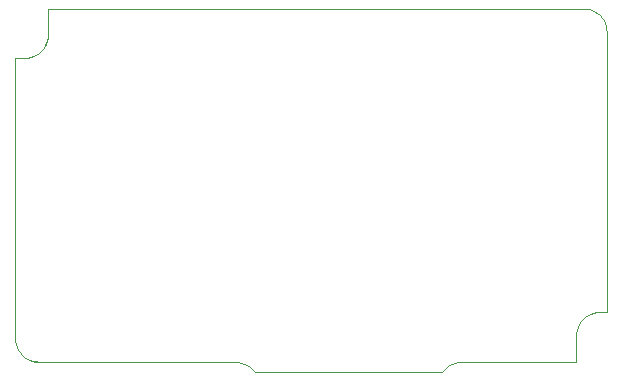
<source format=gm1>
G04*
G04 #@! TF.GenerationSoftware,Altium Limited,Altium Designer,22.11.1 (43)*
G04*
G04 Layer_Color=16711935*
%FSLAX44Y44*%
%MOMM*%
G71*
G04*
G04 #@! TF.SameCoordinates,EA2F1550-8411-4DB4-965C-DA60C2665ED4*
G04*
G04*
G04 #@! TF.FilePolarity,Positive*
G04*
G01*
G75*
%ADD117C,0.0254*%
%ADD118C,0.0127*%
D117*
X351313Y485D02*
X348702Y315D01*
X346134Y-195D01*
X343656Y-1036D01*
X341308Y-2193D01*
X339132Y-3647D01*
X337164Y-5372D01*
X174138Y-5323D02*
X172171Y-3598D01*
X169996Y-2145D01*
X167649Y-988D01*
X165172Y-147D01*
X162606Y364D01*
X159996Y535D01*
X-18568Y257528D02*
X-15958Y257699D01*
X-13392Y258209D01*
X-10915Y259050D01*
X-8568Y260207D01*
X-6393Y261661D01*
X-4426Y263386D01*
X-2701Y265352D01*
X-1248Y267528D01*
X-91Y269874D01*
X750Y272351D01*
X1261Y274917D01*
X1432Y277528D01*
X468424Y42535D02*
X465813Y42364D01*
X463248Y41853D01*
X460770Y41012D01*
X458424Y39855D01*
X456249Y38402D01*
X454282Y36677D01*
X452557Y34710D01*
X451104Y32535D01*
X449946Y30189D01*
X449105Y27711D01*
X448595Y25145D01*
X448424Y22535D01*
X474424Y279527D02*
X474253Y282137D01*
X473742Y284702D01*
X472901Y287179D01*
X471744Y289525D01*
X470291Y291699D01*
X468566Y293666D01*
X466599Y295390D01*
X464423Y296842D01*
X462077Y297998D01*
X459600Y298838D01*
X457034Y299347D01*
X454424Y299517D01*
X-26576Y20535D02*
X-26405Y17928D01*
X-25896Y15365D01*
X-25056Y12891D01*
X-23900Y10548D01*
X-22449Y8376D01*
X-20726Y6412D01*
X-18762Y4689D01*
X-16590Y3237D01*
X-14246Y2082D01*
X-11773Y1242D01*
X-9210Y733D01*
X-6603Y562D01*
X159996Y535D01*
X351313Y485D02*
X448372Y537D01*
X474424Y42535D02*
X474424Y279527D01*
X1432Y299528D02*
X454424Y299517D01*
X-26576Y20535D02*
X-26576Y257527D01*
X174138Y-5323D02*
X176780Y-7965D01*
X334571D02*
X337164Y-5372D01*
X176780Y-7965D02*
X273219D01*
X334571D01*
X-24568Y257528D02*
X-18568D01*
X-26575D02*
X-24568D01*
X1432Y277528D02*
Y299528D01*
X448424Y537D02*
Y22535D01*
X468424Y42535D02*
X474424D01*
D118*
X-19072Y257527D02*
X-16601Y257677D01*
X-14165Y258123D01*
X-11801Y258860D01*
X-9543Y259876D01*
X-7425Y261157D01*
X-5476Y262684D01*
X-3725Y264434D01*
X-2198Y266383D01*
X-917Y268502D01*
X99Y270760D01*
X836Y273124D01*
X1282Y275560D01*
X1432Y278031D01*
X474424Y279527D02*
X474253Y282138D01*
X473743Y284704D01*
X472902Y287181D01*
X471745Y289527D01*
X470291Y291702D01*
X468566Y293669D01*
X466599Y295394D01*
X464424Y296848D01*
X462078Y298005D01*
X459600Y298846D01*
X457035Y299356D01*
X454424Y299527D01*
X-26576Y20535D02*
X-26405Y17924D01*
X-25895Y15358D01*
X-25054Y12881D01*
X-23897Y10535D01*
X-22443Y8360D01*
X-20718Y6393D01*
X-18751Y4668D01*
X-16576Y3214D01*
X-14230Y2057D01*
X-11753Y1216D01*
X-9187Y706D01*
X-6576Y535D01*
X468424Y42535D02*
X465813Y42364D01*
X463248Y41853D01*
X460770Y41012D01*
X458424Y39855D01*
X456249Y38402D01*
X454282Y36677D01*
X452557Y34710D01*
X451104Y32535D01*
X449946Y30189D01*
X449105Y27711D01*
X448595Y25145D01*
X448424Y22535D01*
X269671Y-7965D02*
X273219D01*
X468424Y42535D02*
X474424D01*
X448424Y537D02*
Y22535D01*
X-26576Y257527D02*
X-19072D01*
X1432Y278031D02*
Y299528D01*
M02*

</source>
